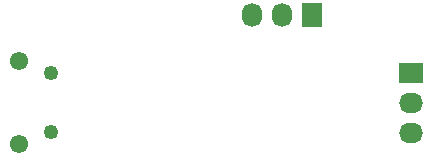
<source format=gbs>
G04 #@! TF.FileFunction,Soldermask,Bot*
%FSLAX46Y46*%
G04 Gerber Fmt 4.6, Leading zero omitted, Abs format (unit mm)*
G04 Created by KiCad (PCBNEW (2016-07-14 BZR 6980)-product) date Friday 15 July 2016 'à' 19:16:37*
%MOMM*%
%LPD*%
G01*
G04 APERTURE LIST*
%ADD10C,0.150000*%
%ADD11R,1.727200X2.032000*%
%ADD12O,1.727200X2.032000*%
%ADD13C,1.250000*%
%ADD14C,1.550000*%
%ADD15R,2.032000X1.727200*%
%ADD16O,2.032000X1.727200*%
G04 APERTURE END LIST*
D10*
D11*
X175640000Y-81600000D03*
D12*
X173100000Y-81600000D03*
X170560000Y-81600000D03*
D13*
X153562540Y-86499100D03*
X153562540Y-91499100D03*
D14*
X150862540Y-85499100D03*
X150862540Y-92499100D03*
D15*
X184000000Y-86460000D03*
D16*
X184000000Y-89000000D03*
X184000000Y-91540000D03*
M02*

</source>
